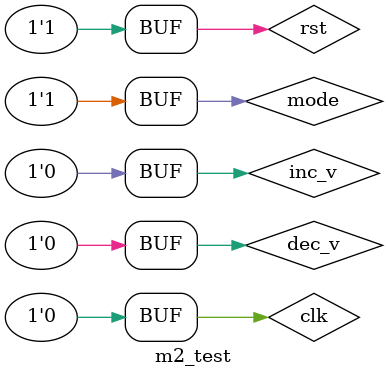
<source format=v>
`timescale 1ns / 1ps


module m2_test;

	// Inputs
	reg clk;
	reg rst;
	reg mode;
	reg inc_v;
	reg dec_v;

	// Outputs
	wire envolve_v;
	wire [20:0] step;

	// Instantiate the Unit Under Test (UUT)
	envolve_v_ctrl uut (
		.clk(clk), 
		.rst(rst), 
		.mode(mode), 
		.inc_v(inc_v), 
		.dec_v(dec_v), 
		.envolve_v(envolve_v), 
		.test_p1(step)
	);

	initial begin
		// Initialize Inputs
		clk = 0;
		rst = 0;
		mode = 0;
		inc_v = 0;
		dec_v = 0;

		// Wait 100 ns for global reset to finish
		#100;
      rst = 1;
		mode = 1;
		// Add stimulus here
		inc_v = 1;#1000;
		inc_v = 0;
		dec_v = 1;#1000;
		dec_v = 0;

	end
	always begin
		clk = 1;#20;
		clk = 0;#20;
	end
      
endmodule


</source>
